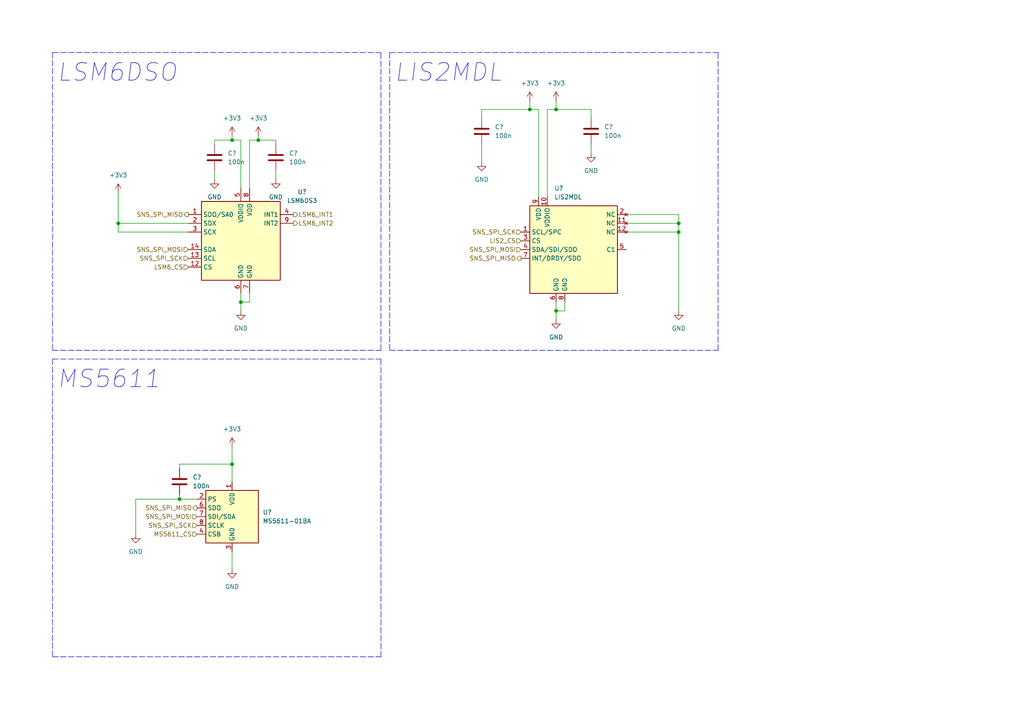
<source format=kicad_sch>
(kicad_sch (version 20211123) (generator eeschema)
  (paper "A4")
  (lib_symbols
    (symbol "Device:C" (pin_numbers hide) (pin_names (offset 0.254))
      (property "Reference" "C" (at 0.635 2.54 0))
      (property "Value" "C" (at 0.635 -2.54 0))
      (symbol "C_0_1"
        (polyline (pts (xy -2.032 -0.762) (xy 2.032 -0.762)) (stroke (width 0.508)))
        (polyline (pts (xy -2.032 0.762) (xy 2.032 0.762)) (stroke (width 0.508)))
      )
      (symbol "C_1_1"
        (pin passive line (at 0 3.81 270) (length 2.794) (name "~") (number "1"))
        (pin passive line (at 0 -3.81 90) (length 2.794) (name "~") (number "2"))
      )
    )
    (symbol "Sensor_Magnetic_LIS2MDL:LIS2MDL"
      (property "Reference" "U" (at 0 -15.24 0))
      (property "Value" "LIS2MDL" (at 7.62 15.24 0))
      (symbol "LIS2MDL_0_1"
        (rectangle (start -12.7 12.7) (end 12.7 -12.7) (stroke (width 0.254)) (fill (type background)))
        (rectangle (start 0 -20.32) (end 0 -20.32))
      )
      (symbol "LIS2MDL_1_1"
        (pin input line (at -15.24 5.08 0) (length 2.54) (name "SCL/SPC") (number "1"))
        (pin power_in line (at -7.62 15.24 270) (length 2.54) (name "VDDIO") (number "10"))
        (pin no_connect line (at 15.24 7.62 180) (length 2.54) (name "NC") (number "11"))
        (pin no_connect line (at 15.24 5.08 180) (length 2.54) (name "NC") (number "12"))
        (pin no_connect line (at 15.24 10.16 180) (length 2.54) (name "NC") (number "2"))
        (pin input line (at -15.24 2.54 0) (length 2.54) (name "CS") (number "3"))
        (pin bidirectional line (at -15.24 0 0) (length 2.54) (name "SDA/SDI/SDO") (number "4"))
        (pin passive line (at 15.24 0 180) (length 2.54) (name "C1") (number "5"))
        (pin power_in line (at -5.08 -15.24 90) (length 2.54) (name "GND") (number "6"))
        (pin output line (at -15.24 -2.54 0) (length 2.54) (name "INT/DRDY/SDO") (number "7"))
        (pin power_in line (at -2.54 -15.24 90) (length 2.54) (name "GND") (number "8"))
        (pin power_in line (at -10.16 15.24 270) (length 2.54) (name "VDD") (number "9"))
      )
    )
    (symbol "Sensor_Motion:LSM6DS3"
      (property "Reference" "U" (at -11.43 15.24 0))
      (property "Value" "LSM6DS3" (at -11.43 12.7 0))
      (symbol "LSM6DS3_0_1"
        (rectangle (start 11.43 11.43) (end -11.43 -11.43) (stroke (width 0.254)) (fill (type background)))
      )
      (symbol "LSM6DS3_1_1"
        (pin bidirectional line (at -15.24 7.62 0) (length 3.81) (name "SDO/SA0") (number "1"))
        (pin no_connect line (at 10.16 -5.08 180) (length 3.81) hide (name "NC") (number "10"))
        (pin no_connect line (at 10.16 -2.54 180) (length 3.81) hide (name "NC") (number "11"))
        (pin input line (at -15.24 -7.62 0) (length 3.81) (name "CS") (number "12"))
        (pin input line (at -15.24 -5.08 0) (length 3.81) (name "SCL") (number "13"))
        (pin bidirectional line (at -15.24 -2.54 0) (length 3.81) (name "SDA") (number "14"))
        (pin bidirectional line (at -15.24 5.08 0) (length 3.81) (name "SDX") (number "2"))
        (pin input line (at -15.24 2.54 0) (length 3.81) (name "SCX") (number "3"))
        (pin output line (at 15.24 7.62 180) (length 3.81) (name "INT1") (number "4"))
        (pin power_in line (at 0 15.24 270) (length 3.81) (name "VDDIO") (number "5"))
        (pin power_in line (at 0 -15.24 90) (length 3.81) (name "GND") (number "6"))
        (pin power_in line (at 2.54 -15.24 90) (length 3.81) (name "GND") (number "7"))
        (pin power_in line (at 2.54 15.24 270) (length 3.81) (name "VDD") (number "8"))
        (pin output line (at 15.24 5.08 180) (length 3.81) (name "INT2") (number "9"))
      )
    )
    (symbol "Sensor_Pressure:MS5611-01BA"
      (property "Reference" "U" (at -6.35 8.89 0))
      (property "Value" "MS5611-01BA" (at 7.62 8.89 0))
      (symbol "MS5611-01BA_0_1"
        (rectangle (start -7.62 7.62) (end 7.62 -7.62) (stroke (width 0.254)) (fill (type background)))
      )
      (symbol "MS5611-01BA_1_1"
        (pin power_in line (at 0 10.16 270) (length 2.54) (name "VDD") (number "1"))
        (pin input line (at -10.16 5.08 0) (length 2.54) (name "PS") (number "2"))
        (pin power_in line (at 0 -10.16 90) (length 2.54) (name "GND") (number "3"))
        (pin input line (at -10.16 -5.08 0) (length 2.54) (name "CSB") (number "4"))
        (pin input line (at -10.16 -5.08 0) (length 2.54) hide (name "CSB") (number "5"))
        (pin output line (at -10.16 2.54 0) (length 2.54) (name "SDO") (number "6"))
        (pin bidirectional line (at -10.16 0 0) (length 2.54) (name "SDI/SDA") (number "7"))
        (pin input line (at -10.16 -2.54 0) (length 2.54) (name "SCLK") (number "8"))
      )
    )
    (symbol "power:+3V3" (power) (pin_names (offset 0))
      (property "Value" "+3V3" (at 0 3.556 0))
      (symbol "+3V3_0_1"
        (polyline (pts (xy -0.762 1.27) (xy 0 2.54)))
        (polyline (pts (xy 0 0) (xy 0 2.54)))
        (polyline (pts (xy 0 2.54) (xy 0.762 1.27)))
      )
      (symbol "+3V3_1_1"
        (pin power_in line (at 0 0 90) (length 0) hide (name "+3V3") (number "1"))
      )
    )
    (symbol "power:GND" (power) (pin_names (offset 0))
      (property "Value" "GND" (at 0 -3.81 0))
      (symbol "GND_0_1"
        (polyline (pts (xy 0 0) (xy 0 -1.27) (xy 1.27 -1.27) (xy 0 -2.54) (xy -1.27 -1.27) (xy 0 -1.27)))
      )
      (symbol "GND_1_1"
        (pin power_in line (at 0 0 270) (length 0) hide (name "GND") (number "1"))
      )
    )
  )
  (junction (at 196.85 67.31))
  (junction (at 34.29 64.77))
  (junction (at 196.85 64.77))
  (junction (at 161.29 90.17))
  (junction (at 52.07 144.78))
  (junction (at 153.67 31.75))
  (junction (at 67.31 134.62))
  (junction (at 67.31 40.64))
  (junction (at 69.85 87.63))
  (junction (at 74.93 40.64))
  (junction (at 161.29 31.75))
  (wire (pts (xy 196.85 62.23) (xy 181.61 62.23)))
  (wire (pts (xy 171.45 44.45) (xy 171.45 41.91)))
  (wire (pts (xy 69.85 87.63) (xy 72.39 87.63)))
  (wire (pts (xy 80.01 41.91) (xy 80.01 40.64)))
  (wire (pts (xy 52.07 144.78) (xy 57.15 144.78)))
  (wire (pts (xy 161.29 90.17) (xy 163.83 90.17)))
  (wire (pts (xy 69.85 85.09) (xy 69.85 87.63)))
  (wire (pts (xy 69.85 40.64) (xy 67.31 40.64)))
  (wire (pts (xy 156.21 31.75) (xy 156.21 57.15)))
  (polyline (pts (xy 15.24 15.24) (xy 110.49 15.24)))
  (wire (pts (xy 34.29 64.77) (xy 34.29 67.31)))
  (polyline (pts (xy 208.28 101.6) (xy 208.28 15.24)))
  (wire (pts (xy 139.7 31.75) (xy 153.67 31.75)))
  (wire (pts (xy 139.7 31.75) (xy 139.7 34.29)))
  (polyline (pts (xy 113.03 15.24) (xy 113.03 101.6)))
  (wire (pts (xy 34.29 67.31) (xy 54.61 67.31)))
  (wire (pts (xy 171.45 31.75) (xy 171.45 34.29)))
  (wire (pts (xy 34.29 55.88) (xy 34.29 64.77)))
  (wire (pts (xy 80.01 49.53) (xy 80.01 52.07)))
  (wire (pts (xy 69.85 54.61) (xy 69.85 40.64)))
  (wire (pts (xy 171.45 31.75) (xy 161.29 31.75)))
  (wire (pts (xy 163.83 90.17) (xy 163.83 87.63)))
  (wire (pts (xy 158.75 31.75) (xy 158.75 57.15)))
  (wire (pts (xy 74.93 40.64) (xy 74.93 39.37)))
  (polyline (pts (xy 113.03 101.6) (xy 208.28 101.6)))
  (polyline (pts (xy 110.49 101.6) (xy 110.49 15.24)))
  (polyline (pts (xy 15.24 104.14) (xy 15.24 190.5)))
  (wire (pts (xy 52.07 135.89) (xy 52.07 134.62)))
  (wire (pts (xy 52.07 143.51) (xy 52.07 144.78)))
  (polyline (pts (xy 15.24 101.6) (xy 110.49 101.6)))
  (wire (pts (xy 139.7 41.91) (xy 139.7 46.99)))
  (polyline (pts (xy 15.24 104.14) (xy 110.49 104.14)))
  (polyline (pts (xy 15.24 15.24) (xy 15.24 101.6)))
  (wire (pts (xy 67.31 160.02) (xy 67.31 165.1)))
  (wire (pts (xy 196.85 90.17) (xy 196.85 67.31)))
  (wire (pts (xy 67.31 134.62) (xy 67.31 139.7)))
  (wire (pts (xy 67.31 39.37) (xy 67.31 40.64)))
  (wire (pts (xy 153.67 31.75) (xy 156.21 31.75)))
  (wire (pts (xy 196.85 64.77) (xy 196.85 62.23)))
  (wire (pts (xy 161.29 29.21) (xy 161.29 31.75)))
  (wire (pts (xy 80.01 40.64) (xy 74.93 40.64)))
  (wire (pts (xy 67.31 129.54) (xy 67.31 134.62)))
  (polyline (pts (xy 113.03 15.24) (xy 208.28 15.24)))
  (wire (pts (xy 161.29 90.17) (xy 161.29 92.71)))
  (wire (pts (xy 161.29 87.63) (xy 161.29 90.17)))
  (wire (pts (xy 181.61 64.77) (xy 196.85 64.77)))
  (polyline (pts (xy 15.24 190.5) (xy 110.49 190.5)))
  (wire (pts (xy 181.61 67.31) (xy 196.85 67.31)))
  (wire (pts (xy 69.85 87.63) (xy 69.85 90.17)))
  (wire (pts (xy 67.31 40.64) (xy 62.23 40.64)))
  (wire (pts (xy 39.37 144.78) (xy 52.07 144.78)))
  (wire (pts (xy 52.07 134.62) (xy 67.31 134.62)))
  (polyline (pts (xy 110.49 190.5) (xy 110.49 104.14)))
  (wire (pts (xy 39.37 144.78) (xy 39.37 154.94)))
  (wire (pts (xy 62.23 49.53) (xy 62.23 52.07)))
  (wire (pts (xy 153.67 29.21) (xy 153.67 31.75)))
  (wire (pts (xy 196.85 67.31) (xy 196.85 64.77)))
  (wire (pts (xy 72.39 40.64) (xy 72.39 54.61)))
  (wire (pts (xy 74.93 40.64) (xy 72.39 40.64)))
  (wire (pts (xy 161.29 31.75) (xy 158.75 31.75)))
  (wire (pts (xy 62.23 40.64) (xy 62.23 41.91)))
  (wire (pts (xy 34.29 64.77) (xy 54.61 64.77)))
  (wire (pts (xy 72.39 87.63) (xy 72.39 85.09)))
  (text "LIS2MDL" (at 114.3 24.13 0) (effects (font (size 5.08 5.08) italic) (justify left bottom)))
  (text "LSM6DSO" (at 16.51 24.13 0) (effects (font (size 5.08 5.08) italic) (justify left bottom)))
  (text "MS5611" (at 16.51 113.03 0) (effects (font (size 5.08 5.08) italic) (justify left bottom)))
  (hierarchical_label "LSM6_INT2" (shape output) (at 85.09 64.77 0))
  (hierarchical_label "SNS_SPI_SCK" (shape input) (at 151.13 67.31 180))
  (hierarchical_label "SNS_SPI_MOSI" (shape input) (at 57.15 149.86 180))
  (hierarchical_label "LSM6_INT1" (shape output) (at 85.09 62.23 0))
  (hierarchical_label "LIS2_CS" (shape input) (at 151.13 69.85 180))
  (hierarchical_label "SNS_SPI_MISO" (shape output) (at 54.61 62.23 180))
  (hierarchical_label "SNS_SPI_SCK" (shape input) (at 57.15 152.4 180))
  (hierarchical_label "SNS_SPI_MOSI" (shape input) (at 54.61 72.39 180))
  (hierarchical_label "SNS_SPI_MISO" (shape output) (at 151.13 74.93 180))
  (hierarchical_label "SNS_SPI_MOSI" (shape input) (at 151.13 72.39 180))
  (hierarchical_label "LSM6_CS" (shape input) (at 54.61 77.47 180))
  (hierarchical_label "SNS_SPI_SCK" (shape input) (at 54.61 74.93 180))
  (hierarchical_label "MS5611_CS" (shape input) (at 57.15 154.94 180))
  (hierarchical_label "SNS_SPI_MISO" (shape output) (at 57.15 147.32 180))
  (symbol (lib_id "power:GND") (at 161.29 92.71 0) (unit 1)
    (property "Reference" "#PWR?" (effects hide))
    (property "Value" "GND" (at 161.29 97.79 0))
  )
  (symbol (lib_id "power:+3V3") (at 161.29 29.21 0) (unit 1)
    (property "Reference" "#PWR?" (effects hide))
    (property "Value" "+3V3" (at 161.29 24.13 0))
  )
  (symbol (lib_id "power:+3V3") (at 67.31 129.54 0) (unit 1)
    (property "Reference" "#PWR?" (effects hide))
    (property "Value" "+3V3" (at 67.31 124.46 0))
  )
  (symbol (lib_id "Device:C") (at 52.07 139.7 0) (unit 1)
    (property "Reference" "C?" (at 55.88 138.4299 0) (effects (justify left)))
    (property "Value" "100n" (at 55.88 140.9699 0) (effects (justify left)))
    (property "Footprint" "Capacitor_SMD:C_0402_1005Metric" (effects hide))
  )
  (symbol (lib_id "power:+3V3") (at 34.29 55.88 0) (unit 1)
    (property "Reference" "#PWR?" (effects hide))
    (property "Value" "+3V3" (at 34.29 50.8 0))
  )
  (symbol (lib_id "Sensor_Pressure:MS5611-01BA") (at 67.31 149.86 0) (unit 1)
    (property "Reference" "U?" (at 76.2 148.5899 0) (effects (justify left)))
    (property "Value" "MS5611-01BA" (at 76.2 151.1299 0) (effects (justify left)))
    (property "Footprint" "Package_LGA:LGA-8_3x5mm_P1.25mm" (effects hide))
    (property "Datasheet" "https://www.te.com/commerce/DocumentDelivery/DDEController?Action=srchrtrv&DocNm=MS5611-01BA03&DocType=Data+Sheet&DocLang=English" (effects hide))
  )
  (symbol (lib_id "power:GND") (at 80.01 52.07 0) (unit 1)
    (property "Reference" "#PWR?" (effects hide))
    (property "Value" "GND" (at 80.01 57.15 0))
  )
  (symbol (lib_id "power:GND") (at 62.23 52.07 0) (unit 1)
    (property "Reference" "#PWR?" (effects hide))
    (property "Value" "GND" (at 62.23 57.15 0))
  )
  (symbol (lib_id "power:GND") (at 139.7 46.99 0) (unit 1)
    (property "Reference" "#PWR?" (effects hide))
    (property "Value" "GND" (at 139.7 52.07 0))
  )
  (symbol (lib_id "power:GND") (at 171.45 44.45 0) (unit 1)
    (property "Reference" "#PWR?" (effects hide))
    (property "Value" "GND" (at 171.45 49.53 0))
  )
  (symbol (lib_id "Sensor_Motion:LSM6DS3") (at 69.85 69.85 0) (unit 1)
    (property "Reference" "U?" (at 87.63 55.6512 0))
    (property "Value" "LSM6DS3" (at 87.63 58.1912 0))
    (property "Footprint" "Package_LGA:LGA-14_3x2.5mm_P0.5mm_LayoutBorder3x4y" (effects hide))
    (property "Datasheet" "www.st.com/resource/en/datasheet/lsm6ds3.pdf" (effects hide))
  )
  (symbol (lib_id "power:+3V3") (at 67.31 39.37 0) (unit 1)
    (property "Reference" "#PWR?" (effects hide))
    (property "Value" "+3V3" (at 67.31 34.29 0))
  )
  (symbol (lib_id "power:+3V3") (at 74.93 39.37 0) (unit 1)
    (property "Reference" "#PWR?" (effects hide))
    (property "Value" "+3V3" (at 74.93 34.29 0))
  )
  (symbol (lib_id "power:GND") (at 196.85 90.17 0) (unit 1)
    (property "Reference" "#PWR?" (effects hide))
    (property "Value" "GND" (at 196.85 95.25 0))
  )
  (symbol (lib_id "Device:C") (at 62.23 45.72 0) (unit 1)
    (property "Reference" "C?" (at 66.04 44.4499 0) (effects (justify left)))
    (property "Value" "100n" (at 66.04 46.9899 0) (effects (justify left)))
    (property "Footprint" "Capacitor_SMD:C_0402_1005Metric" (effects hide))
  )
  (symbol (lib_id "power:GND") (at 69.85 90.17 0) (unit 1)
    (property "Reference" "#PWR?" (effects hide))
    (property "Value" "GND" (at 69.85 95.25 0))
  )
  (symbol (lib_id "power:GND") (at 39.37 154.94 0) (unit 1)
    (property "Reference" "#PWR?" (effects hide))
    (property "Value" "GND" (at 39.37 160.02 0))
  )
  (symbol (lib_id "Device:C") (at 171.45 38.1 180) (unit 1)
    (property "Reference" "C?" (at 175.26 36.8299 0) (effects (justify right)))
    (property "Value" "100n" (at 175.26 39.3699 0) (effects (justify right)))
    (property "Footprint" "Capacitor_SMD:C_0402_1005Metric" (effects hide))
  )
  (symbol (lib_id "Sensor_Magnetic_LIS2MDL:LIS2MDL") (at 166.37 72.39 0) (unit 1)
    (property "Reference" "U?" (at 160.7694 54.61 0) (effects (justify left)))
    (property "Value" "LIS2MDL" (at 160.7694 57.15 0) (effects (justify left)))
    (property "Footprint" "Package_LGA:LGA-12_2x2mm_P0.5mm" (effects hide))
  )
  (symbol (lib_id "Device:C") (at 139.7 38.1 180) (unit 1)
    (property "Reference" "C?" (at 143.51 36.8299 0) (effects (justify right)))
    (property "Value" "100n" (at 143.51 39.3699 0) (effects (justify right)))
    (property "Footprint" "Capacitor_SMD:C_0402_1005Metric" (effects hide))
  )
  (symbol (lib_id "Device:C") (at 80.01 45.72 0) (unit 1)
    (property "Reference" "C?" (at 83.82 44.4499 0) (effects (justify left)))
    (property "Value" "100n" (at 83.82 46.9899 0) (effects (justify left)))
    (property "Footprint" "Capacitor_SMD:C_0402_1005Metric" (effects hide))
  )
  (symbol (lib_id "power:GND") (at 67.31 165.1 0) (unit 1)
    (property "Reference" "#PWR?" (effects hide))
    (property "Value" "GND" (at 67.31 170.18 0))
  )
  (symbol (lib_id "power:+3V3") (at 153.67 29.21 0) (unit 1)
    (property "Reference" "#PWR?" (effects hide))
    (property "Value" "+3V3" (at 153.67 24.13 0))
  )
)
</source>
